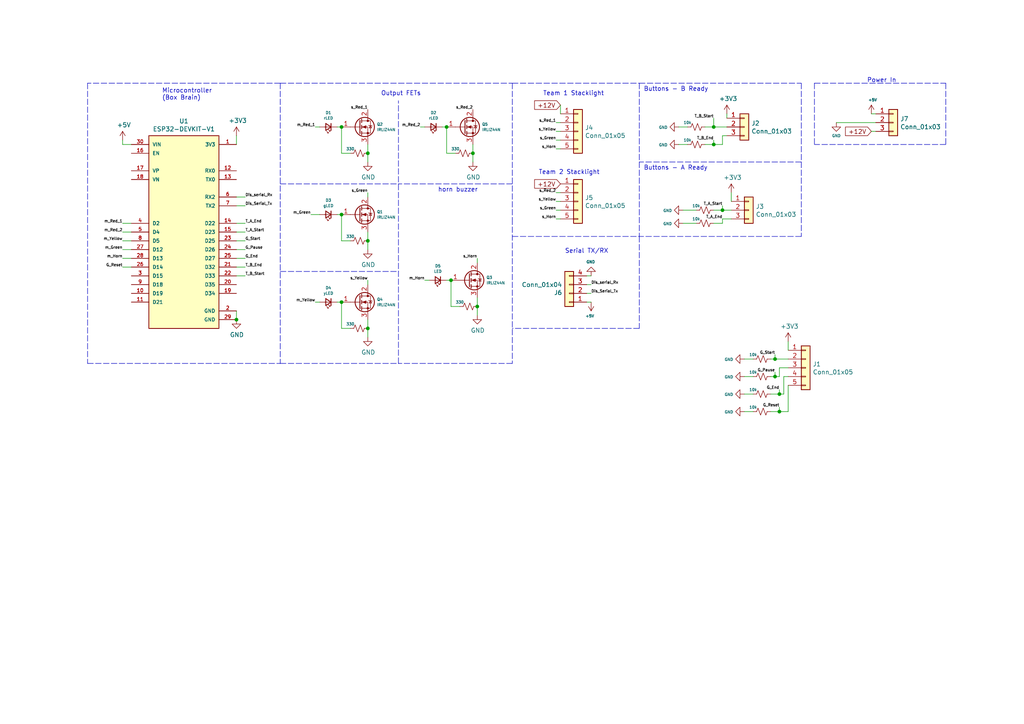
<source format=kicad_sch>
(kicad_sch (version 20211123) (generator eeschema)
  (paper "A4")
  (title_block (title "FUBAR Combat Arena timing") (rev "0.1"))
  (lib_symbols
    (symbol "Bot_Arena_contol-rescue:+3.3V-power" (power) (pin_names (offset 0))
      (property "Value" "+3.3V-power" (at 0 3.556 0))
      (symbol "+3.3V-power_0_1"
        (polyline (pts (xy -0.762 1.27) (xy 0 2.54)))
        (polyline (pts (xy 0 0) (xy 0 2.54)))
        (polyline (pts (xy 0 2.54) (xy 0.762 1.27)))
      )
      (symbol "+3.3V-power_1_1"
        (pin power_in line (at 0 0 90) (length 0) hide (name "+3V3") (number "1"))
      )
    )
    (symbol "Bot_Arena_contol-rescue:ESP32-DEVKIT-V1-ESP32-DEVKIT-V1" (pin_names (offset 1.016))
      (property "Reference" "U1" (at 0 32.1818 0))
      (property "Value" "ESP32-DEVKIT-V1" (at 0 29.8704 0))
      (symbol "ESP32-DEVKIT-V1-ESP32-DEVKIT-V1_0_0"
        (rectangle (start -10.16 -27.94) (end 10.16 27.94) (stroke (width 0.254)) (fill (type background)))
        (pin output line (at 15.24 25.4 180) (length 5.08) (name "3V3") (number "1"))
        (pin bidirectional line (at -15.24 -17.78 0) (length 5.08) (name "D19") (number "10"))
        (pin bidirectional line (at -15.24 -20.32 0) (length 5.08) (name "D21") (number "11"))
        (pin input line (at 15.24 17.78 180) (length 5.08) (name "RX0") (number "12"))
        (pin output line (at 15.24 15.24 180) (length 5.08) (name "TX0") (number "13"))
        (pin bidirectional line (at 15.24 2.54 180) (length 5.08) (name "D22") (number "14"))
        (pin bidirectional line (at 15.24 0 180) (length 5.08) (name "D23") (number "15"))
        (pin input line (at -15.24 22.86 0) (length 5.08) (name "EN") (number "16"))
        (pin bidirectional line (at -15.24 17.78 0) (length 5.08) (name "VP") (number "17"))
        (pin bidirectional line (at -15.24 15.24 0) (length 5.08) (name "VN") (number "18"))
        (pin bidirectional line (at 15.24 -17.78 180) (length 5.08) (name "D34") (number "19"))
        (pin power_in line (at 15.24 -22.86 180) (length 5.08) (name "GND") (number "2"))
        (pin bidirectional line (at 15.24 -15.24 180) (length 5.08) (name "D35") (number "20"))
        (pin bidirectional line (at 15.24 -10.16 180) (length 5.08) (name "D32") (number "21"))
        (pin bidirectional line (at 15.24 -12.7 180) (length 5.08) (name "D33") (number "22"))
        (pin bidirectional line (at 15.24 -2.54 180) (length 5.08) (name "D25") (number "23"))
        (pin bidirectional line (at 15.24 -5.08 180) (length 5.08) (name "D26") (number "24"))
        (pin bidirectional line (at 15.24 -7.62 180) (length 5.08) (name "D27") (number "25"))
        (pin bidirectional line (at -15.24 -10.16 0) (length 5.08) (name "D14") (number "26"))
        (pin bidirectional line (at -15.24 -5.08 0) (length 5.08) (name "D12") (number "27"))
        (pin bidirectional line (at -15.24 -7.62 0) (length 5.08) (name "D13") (number "28"))
        (pin power_in line (at 15.24 -25.4 180) (length 5.08) (name "GND") (number "29"))
        (pin bidirectional line (at -15.24 -12.7 0) (length 5.08) (name "D15") (number "3"))
        (pin input line (at -15.24 25.4 0) (length 5.08) (name "VIN") (number "30"))
        (pin bidirectional line (at -15.24 2.54 0) (length 5.08) (name "D2") (number "4"))
        (pin bidirectional line (at -15.24 0 0) (length 5.08) (name "D4") (number "5"))
        (pin input line (at 15.24 10.16 180) (length 5.08) (name "RX2") (number "6"))
        (pin output line (at 15.24 7.62 180) (length 5.08) (name "TX2") (number "7"))
        (pin bidirectional line (at -15.24 -2.54 0) (length 5.08) (name "D5") (number "8"))
        (pin bidirectional line (at -15.24 -15.24 0) (length 5.08) (name "D18") (number "9"))
      )
    )
    (symbol "Connector_Generic:Conn_01x03" (pin_names (offset 1.016) hide)
      (property "Reference" "J" (at 0 5.08 0))
      (property "Value" "Conn_01x03" (at 0 -5.08 0))
      (symbol "Conn_01x03_1_1"
        (rectangle (start -1.27 -2.413) (end 0 -2.667) (stroke (width 0.1524)))
        (rectangle (start -1.27 0.127) (end 0 -0.127) (stroke (width 0.1524)))
        (rectangle (start -1.27 2.667) (end 0 2.413) (stroke (width 0.1524)))
        (rectangle (start -1.27 3.81) (end 1.27 -3.81) (stroke (width 0.254)) (fill (type background)))
        (pin passive line (at -5.08 2.54 0) (length 3.81) (name "Pin_1") (number "1"))
        (pin passive line (at -5.08 0 0) (length 3.81) (name "Pin_2") (number "2"))
        (pin passive line (at -5.08 -2.54 0) (length 3.81) (name "Pin_3") (number "3"))
      )
    )
    (symbol "Connector_Generic:Conn_01x04" (pin_names (offset 1.016) hide)
      (property "Reference" "J" (at 0 5.08 0))
      (property "Value" "Conn_01x04" (at 0 -7.62 0))
      (symbol "Conn_01x04_1_1"
        (rectangle (start -1.27 -4.953) (end 0 -5.207) (stroke (width 0.1524)))
        (rectangle (start -1.27 -2.413) (end 0 -2.667) (stroke (width 0.1524)))
        (rectangle (start -1.27 0.127) (end 0 -0.127) (stroke (width 0.1524)))
        (rectangle (start -1.27 2.667) (end 0 2.413) (stroke (width 0.1524)))
        (rectangle (start -1.27 3.81) (end 1.27 -6.35) (stroke (width 0.254)) (fill (type background)))
        (pin passive line (at -5.08 2.54 0) (length 3.81) (name "Pin_1") (number "1"))
        (pin passive line (at -5.08 0 0) (length 3.81) (name "Pin_2") (number "2"))
        (pin passive line (at -5.08 -2.54 0) (length 3.81) (name "Pin_3") (number "3"))
        (pin passive line (at -5.08 -5.08 0) (length 3.81) (name "Pin_4") (number "4"))
      )
    )
    (symbol "Connector_Generic:Conn_01x05" (pin_names (offset 1.016) hide)
      (property "Reference" "J" (at 0 7.62 0))
      (property "Value" "Conn_01x05" (at 0 -7.62 0))
      (symbol "Conn_01x05_1_1"
        (rectangle (start -1.27 -4.953) (end 0 -5.207) (stroke (width 0.1524)))
        (rectangle (start -1.27 -2.413) (end 0 -2.667) (stroke (width 0.1524)))
        (rectangle (start -1.27 0.127) (end 0 -0.127) (stroke (width 0.1524)))
        (rectangle (start -1.27 2.667) (end 0 2.413) (stroke (width 0.1524)))
        (rectangle (start -1.27 5.207) (end 0 4.953) (stroke (width 0.1524)))
        (rectangle (start -1.27 6.35) (end 1.27 -6.35) (stroke (width 0.254)) (fill (type background)))
        (pin passive line (at -5.08 5.08 0) (length 3.81) (name "Pin_1") (number "1"))
        (pin passive line (at -5.08 2.54 0) (length 3.81) (name "Pin_2") (number "2"))
        (pin passive line (at -5.08 0 0) (length 3.81) (name "Pin_3") (number "3"))
        (pin passive line (at -5.08 -2.54 0) (length 3.81) (name "Pin_4") (number "4"))
        (pin passive line (at -5.08 -5.08 0) (length 3.81) (name "Pin_5") (number "5"))
      )
    )
    (symbol "Device:LED_Small" (pin_numbers hide) (pin_names (offset 0.254) hide)
      (property "Reference" "D" (at -1.27 3.175 0))
      (property "Value" "LED_Small" (at -4.445 -2.54 0))
      (symbol "LED_Small_0_1"
        (polyline (pts (xy -0.762 -1.016) (xy -0.762 1.016)) (stroke (width 0.254)))
        (polyline (pts (xy 1.016 0) (xy -0.762 0)))
        (polyline (pts (xy 0.762 -1.016) (xy -0.762 0) (xy 0.762 1.016) (xy 0.762 -1.016)) (stroke (width 0.254)))
        (polyline (pts (xy 0 0.762) (xy -0.508 1.27) (xy -0.254 1.27) (xy -0.508 1.27) (xy -0.508 1.016)))
        (polyline (pts (xy 0.508 1.27) (xy 0 1.778) (xy 0.254 1.778) (xy 0 1.778) (xy 0 1.524)))
      )
      (symbol "LED_Small_1_1"
        (pin passive line (at -2.54 0 0) (length 1.778) (name "K") (number "1"))
        (pin passive line (at 2.54 0 180) (length 1.778) (name "A") (number "2"))
      )
    )
    (symbol "Device:R_Small_US" (pin_numbers hide) (pin_names (offset 0.254) hide)
      (property "Reference" "R" (at 0.762 0.508 0))
      (property "Value" "R_Small_US" (at 0.762 -1.016 0))
      (symbol "R_Small_US_1_1"
        (polyline (pts (xy 0 0) (xy 1.016 -0.381) (xy 0 -0.762) (xy -1.016 -1.143) (xy 0 -1.524)))
        (polyline (pts (xy 0 1.524) (xy 1.016 1.143) (xy 0 0.762) (xy -1.016 0.381) (xy 0 0)))
        (pin passive line (at 0 2.54 270) (length 1.016) (name "~") (number "1"))
        (pin passive line (at 0 -2.54 90) (length 1.016) (name "~") (number "2"))
      )
    )
    (symbol "Transistor_FET:IRLIZ44N" (pin_names hide)
      (property "Reference" "Q" (at 6.35 1.905 0))
      (property "Value" "IRLIZ44N" (at 6.35 0 0))
      (symbol "IRLIZ44N_0_1"
        (polyline (pts (xy 0.254 0) (xy -2.54 0)))
        (polyline (pts (xy 0.254 1.905) (xy 0.254 -1.905)) (stroke (width 0.254)))
        (polyline (pts (xy 0.762 -1.27) (xy 0.762 -2.286)) (stroke (width 0.254)))
        (polyline (pts (xy 0.762 0.508) (xy 0.762 -0.508)) (stroke (width 0.254)))
        (polyline (pts (xy 0.762 2.286) (xy 0.762 1.27)) (stroke (width 0.254)))
        (polyline (pts (xy 2.54 2.54) (xy 2.54 1.778)))
        (polyline (pts (xy 2.54 -2.54) (xy 2.54 0) (xy 0.762 0)))
        (polyline (pts (xy 0.762 -1.778) (xy 3.302 -1.778) (xy 3.302 1.778) (xy 0.762 1.778)))
        (polyline (pts (xy 1.016 0) (xy 2.032 0.381) (xy 2.032 -0.381) (xy 1.016 0)) (fill (type outline)))
        (polyline (pts (xy 2.794 0.508) (xy 2.921 0.381) (xy 3.683 0.381) (xy 3.81 0.254)))
        (polyline (pts (xy 3.302 0.381) (xy 2.921 -0.254) (xy 3.683 -0.254) (xy 3.302 0.381)))
        (circle (center 1.651 0) (radius 2.794) (stroke (width 0.254)))
        (circle (center 2.54 -1.778) (radius 0.254) (fill (type outline)))
        (circle (center 2.54 1.778) (radius 0.254) (fill (type outline)))
      )
      (symbol "IRLIZ44N_1_1"
        (pin input line (at -5.08 0 0) (length 2.54) (name "G") (number "1"))
        (pin passive line (at 2.54 5.08 270) (length 2.54) (name "D") (number "2"))
        (pin passive line (at 2.54 -5.08 90) (length 2.54) (name "S") (number "3"))
      )
    )
    (symbol "power:+5V" (power) (pin_names (offset 0))
      (property "Value" "+5V" (at 0 3.556 0))
      (symbol "+5V_0_1"
        (polyline (pts (xy -0.762 1.27) (xy 0 2.54)))
        (polyline (pts (xy 0 0) (xy 0 2.54)))
        (polyline (pts (xy 0 2.54) (xy 0.762 1.27)))
      )
      (symbol "+5V_1_1"
        (pin power_in line (at 0 0 90) (length 0) hide (name "+5V") (number "1"))
      )
    )
    (symbol "power:GND" (power) (pin_names (offset 0))
      (property "Value" "GND" (at 0 -3.81 0))
      (symbol "GND_0_1"
        (polyline (pts (xy 0 0) (xy 0 -1.27) (xy 1.27 -1.27) (xy 0 -2.54) (xy -1.27 -1.27) (xy 0 -1.27)))
      )
      (symbol "GND_1_1"
        (pin power_in line (at 0 0 270) (length 0) hide (name "GND") (number "1"))
      )
    )
  )
  (junction (at 138.43 88.9))
  (junction (at 207.01 41.91))
  (junction (at 226.06 114.3))
  (junction (at 226.06 119.38))
  (junction (at 224.79 109.22))
  (junction (at 130.81 81.28))
  (junction (at 106.68 69.85))
  (junction (at 207.01 36.83))
  (junction (at 106.68 44.45))
  (junction (at 99.06 62.23))
  (junction (at 209.55 60.96))
  (junction (at 106.68 95.25))
  (junction (at 137.16 44.45))
  (junction (at 99.06 36.83))
  (junction (at 224.79 104.14))
  (junction (at 99.06 87.63))
  (junction (at 129.54 36.83))
  (junction (at 68.58 92.71))
  (wire (pts (xy 198.12 64.77) (xy 201.93 64.77)))
  (polyline (pts (xy 185.42 95.25) (xy 148.59 95.25)))
  (wire (pts (xy 68.58 41.91) (xy 68.58 39.37)))
  (wire (pts (xy 101.6 95.25) (xy 99.06 95.25)))
  (wire (pts (xy 242.57 35.56) (xy 254 35.56)))
  (wire (pts (xy 162.56 38.1) (xy 161.29 38.1)))
  (wire (pts (xy 138.43 88.9) (xy 138.43 91.44)))
  (wire (pts (xy 38.1 74.93) (xy 35.56 74.93)))
  (wire (pts (xy 170.18 82.55) (xy 171.45 82.55)))
  (wire (pts (xy 212.09 60.96) (xy 209.55 60.96)))
  (wire (pts (xy 226.06 106.68) (xy 226.06 109.22)))
  (wire (pts (xy 162.56 30.48) (xy 162.56 33.02)))
  (polyline (pts (xy 232.41 46.99) (xy 232.41 68.58)))
  (polyline (pts (xy 232.41 24.13) (xy 232.41 46.99)))
  (wire (pts (xy 106.68 69.85) (xy 106.68 72.39)))
  (wire (pts (xy 106.68 82.55) (xy 106.68 81.28)))
  (wire (pts (xy 207.01 36.83) (xy 210.82 36.83)))
  (polyline (pts (xy 148.59 24.13) (xy 185.42 24.13)))
  (wire (pts (xy 218.44 119.38) (xy 215.9 119.38)))
  (wire (pts (xy 99.06 87.63) (xy 97.79 87.63)))
  (polyline (pts (xy 148.59 63.5) (xy 148.59 105.41)))
  (wire (pts (xy 123.19 36.83) (xy 121.92 36.83)))
  (wire (pts (xy 162.56 63.5) (xy 161.29 63.5)))
  (polyline (pts (xy 236.22 24.13) (xy 274.32 24.13)))
  (wire (pts (xy 101.6 44.45) (xy 99.06 44.45)))
  (wire (pts (xy 38.1 77.47) (xy 35.56 77.47)))
  (wire (pts (xy 68.58 57.15) (xy 71.12 57.15)))
  (wire (pts (xy 226.06 118.11) (xy 226.06 119.38)))
  (wire (pts (xy 106.68 44.45) (xy 106.68 46.99)))
  (wire (pts (xy 106.68 57.15) (xy 106.68 55.88)))
  (wire (pts (xy 224.79 109.22) (xy 224.79 107.95)))
  (polyline (pts (xy 81.28 53.34) (xy 115.57 53.34)))
  (wire (pts (xy 210.82 33.02) (xy 210.82 34.29)))
  (wire (pts (xy 170.18 85.09) (xy 171.45 85.09)))
  (wire (pts (xy 106.68 95.25) (xy 106.68 97.79)))
  (wire (pts (xy 38.1 41.91) (xy 35.56 41.91)))
  (wire (pts (xy 130.81 81.28) (xy 129.54 81.28)))
  (polyline (pts (xy 81.28 78.74) (xy 115.57 78.74)))
  (wire (pts (xy 209.55 64.77) (xy 209.55 63.5)))
  (wire (pts (xy 226.06 114.3) (xy 223.52 114.3)))
  (wire (pts (xy 68.58 77.47) (xy 71.12 77.47)))
  (wire (pts (xy 137.16 44.45) (xy 137.16 46.99)))
  (wire (pts (xy 226.06 119.38) (xy 228.6 119.38)))
  (polyline (pts (xy 115.57 24.13) (xy 148.59 24.13)))
  (wire (pts (xy 35.56 41.91) (xy 35.56 40.64)))
  (wire (pts (xy 129.54 44.45) (xy 129.54 36.83)))
  (polyline (pts (xy 148.59 105.41) (xy 115.57 105.41)))
  (wire (pts (xy 254 38.1) (xy 252.73 38.1)))
  (polyline (pts (xy 185.42 68.58) (xy 185.42 95.25)))
  (wire (pts (xy 106.68 67.31) (xy 106.68 69.85)))
  (wire (pts (xy 162.56 60.96) (xy 161.29 60.96)))
  (wire (pts (xy 227.33 114.3) (xy 226.06 114.3)))
  (wire (pts (xy 68.58 72.39) (xy 71.12 72.39)))
  (polyline (pts (xy 25.4 24.13) (xy 25.4 105.41)))
  (polyline (pts (xy 81.28 24.13) (xy 81.28 105.41)))
  (wire (pts (xy 162.56 35.56) (xy 161.29 35.56)))
  (wire (pts (xy 99.06 95.25) (xy 99.06 87.63)))
  (wire (pts (xy 212.09 55.88) (xy 212.09 58.42)))
  (wire (pts (xy 212.09 63.5) (xy 209.55 63.5)))
  (wire (pts (xy 123.19 81.28) (xy 124.46 81.28)))
  (wire (pts (xy 106.68 41.91) (xy 106.68 44.45)))
  (wire (pts (xy 227.33 109.22) (xy 227.33 114.3)))
  (wire (pts (xy 218.44 104.14) (xy 215.9 104.14)))
  (wire (pts (xy 224.79 104.14) (xy 223.52 104.14)))
  (wire (pts (xy 228.6 111.76) (xy 228.6 119.38)))
  (wire (pts (xy 254 33.02) (xy 252.73 33.02)))
  (wire (pts (xy 68.58 80.01) (xy 71.12 80.01)))
  (wire (pts (xy 199.39 36.83) (xy 196.85 36.83)))
  (wire (pts (xy 224.79 109.22) (xy 226.06 109.22)))
  (wire (pts (xy 38.1 72.39) (xy 35.56 72.39)))
  (wire (pts (xy 129.54 36.83) (xy 128.27 36.83)))
  (wire (pts (xy 99.06 44.45) (xy 99.06 36.83)))
  (wire (pts (xy 228.6 99.06) (xy 228.6 101.6)))
  (wire (pts (xy 106.68 92.71) (xy 106.68 95.25)))
  (polyline (pts (xy 81.28 24.13) (xy 25.4 24.13)))
  (polyline (pts (xy 148.59 68.58) (xy 185.42 68.58)))
  (wire (pts (xy 138.43 76.2) (xy 138.43 74.93)))
  (wire (pts (xy 226.06 113.03) (xy 226.06 114.3)))
  (wire (pts (xy 38.1 67.31) (xy 35.56 67.31)))
  (wire (pts (xy 68.58 74.93) (xy 71.12 74.93)))
  (polyline (pts (xy 25.4 105.41) (xy 81.28 105.41)))
  (wire (pts (xy 223.52 119.38) (xy 226.06 119.38)))
  (polyline (pts (xy 148.59 53.34) (xy 115.57 53.34)))
  (polyline (pts (xy 236.22 24.13) (xy 236.22 41.91)))
  (wire (pts (xy 209.55 39.37) (xy 209.55 41.91)))
  (wire (pts (xy 68.58 69.85) (xy 71.12 69.85)))
  (wire (pts (xy 207.01 36.83) (xy 207.01 34.29)))
  (polyline (pts (xy 148.59 24.13) (xy 148.59 63.5)))
  (wire (pts (xy 101.6 69.85) (xy 99.06 69.85)))
  (wire (pts (xy 162.56 43.18) (xy 161.29 43.18)))
  (wire (pts (xy 99.06 69.85) (xy 99.06 62.23)))
  (wire (pts (xy 207.01 64.77) (xy 209.55 64.77)))
  (wire (pts (xy 224.79 104.14) (xy 224.79 102.87)))
  (polyline (pts (xy 185.42 24.13) (xy 185.42 68.58)))
  (wire (pts (xy 209.55 59.69) (xy 209.55 60.96)))
  (wire (pts (xy 218.44 109.22) (xy 215.9 109.22)))
  (wire (pts (xy 209.55 60.96) (xy 207.01 60.96)))
  (wire (pts (xy 228.6 106.68) (xy 226.06 106.68)))
  (wire (pts (xy 130.81 88.9) (xy 130.81 81.28)))
  (wire (pts (xy 207.01 41.91) (xy 207.01 40.64)))
  (wire (pts (xy 199.39 41.91) (xy 196.85 41.91)))
  (wire (pts (xy 133.35 88.9) (xy 130.81 88.9)))
  (polyline (pts (xy 185.42 24.13) (xy 232.41 24.13)))
  (polyline (pts (xy 81.28 24.13) (xy 115.57 24.13)))
  (wire (pts (xy 223.52 109.22) (xy 224.79 109.22)))
  (wire (pts (xy 209.55 39.37) (xy 210.82 39.37)))
  (wire (pts (xy 68.58 67.31) (xy 71.12 67.31)))
  (wire (pts (xy 92.71 36.83) (xy 91.44 36.83)))
  (wire (pts (xy 204.47 41.91) (xy 207.01 41.91)))
  (wire (pts (xy 92.71 87.63) (xy 91.44 87.63)))
  (wire (pts (xy 228.6 109.22) (xy 227.33 109.22)))
  (wire (pts (xy 162.56 55.88) (xy 161.29 55.88)))
  (wire (pts (xy 204.47 36.83) (xy 207.01 36.83)))
  (polyline (pts (xy 81.28 105.41) (xy 115.57 105.41)))
  (wire (pts (xy 228.6 104.14) (xy 224.79 104.14)))
  (wire (pts (xy 170.18 80.01) (xy 171.45 80.01)))
  (polyline (pts (xy 232.41 46.99) (xy 185.42 46.99)))
  (wire (pts (xy 138.43 86.36) (xy 138.43 88.9)))
  (wire (pts (xy 162.56 58.42) (xy 161.29 58.42)))
  (polyline (pts (xy 232.41 68.58) (xy 185.42 68.58)))
  (wire (pts (xy 68.58 90.17) (xy 68.58 92.71)))
  (wire (pts (xy 99.06 36.83) (xy 97.79 36.83)))
  (wire (pts (xy 132.08 44.45) (xy 129.54 44.45)))
  (wire (pts (xy 170.18 87.63) (xy 171.45 87.63)))
  (wire (pts (xy 198.12 60.96) (xy 201.93 60.96)))
  (polyline (pts (xy 274.32 24.13) (xy 274.32 41.91)))
  (wire (pts (xy 207.01 41.91) (xy 209.55 41.91)))
  (wire (pts (xy 99.06 62.23) (xy 97.79 62.23)))
  (polyline (pts (xy 115.57 105.41) (xy 115.57 29.21)))
  (wire (pts (xy 162.56 40.64) (xy 161.29 40.64)))
  (wire (pts (xy 38.1 64.77) (xy 35.56 64.77)))
  (polyline (pts (xy 274.32 41.91) (xy 236.22 41.91)))
  (wire (pts (xy 38.1 69.85) (xy 35.56 69.85)))
  (wire (pts (xy 218.44 114.3) (xy 215.9 114.3)))
  (wire (pts (xy 90.17 62.23) (xy 92.71 62.23)))
  (wire (pts (xy 68.58 64.77) (xy 71.12 64.77)))
  (wire (pts (xy 137.16 41.91) (xy 137.16 44.45)))
  (wire (pts (xy 68.58 59.69) (xy 71.12 59.69)))
  (text "Microcontroller\n(Box Brain)\n" (at 46.99 29.21 0) (effects (font (size 1.27 1.27)) (justify left bottom)))
  (text "Buttons - A Ready" (at 186.69 49.53 0) (effects (font (size 1.27 1.27)) (justify left bottom)))
  (text "Team 2 Stacklight" (at 156.21 50.8 0) (effects (font (size 1.27 1.27)) (justify left bottom)))
  (text "Power In" (at 251.46 24.13 0) (effects (font (size 1.27 1.27)) (justify left bottom)))
  (text "Serial TX/RX\n" (at 163.83 73.66 0) (effects (font (size 1.27 1.27)) (justify left bottom)))
  (text "Team 1 Stacklight" (at 157.48 27.94 0) (effects (font (size 1.27 1.27)) (justify left bottom)))
  (text "Output FETs\n" (at 110.49 27.94 0) (effects (font (size 1.27 1.27)) (justify left bottom)))
  (text "horn buzzer\n" (at 127 55.88 0) (effects (font (size 1.27 1.27)) (justify left bottom)))
  (text "Buttons - B Ready" (at 186.69 26.67 0) (effects (font (size 1.27 1.27)) (justify left bottom)))
  (label "T_A_End" (at 71.12 64.77 0) (effects (font (size 0.7874 0.7874))))
  (label "s_Green" (at 161.29 40.64 180) (effects (font (size 0.7874 0.7874))))
  (label "T_B_End" (at 71.12 77.47 0) (effects (font (size 0.7874 0.7874))))
  (label "Dis_serial_Rx" (at 171.45 82.55 0) (effects (font (size 0.7874 0.7874))))
  (label "s_Green" (at 161.29 60.96 180) (effects (font (size 0.7874 0.7874))))
  (label "s_Yellow" (at 161.29 58.42 180) (effects (font (size 0.7874 0.7874))))
  (label "G_End" (at 226.06 113.03 180) (effects (font (size 0.7874 0.7874))))
  (label "m_Horn" (at 123.19 81.28 180) (effects (font (size 0.7874 0.7874))))
  (label "G_Reset" (at 35.56 77.47 180) (effects (font (size 0.7874 0.7874))))
  (label "m_Green" (at 90.17 62.23 180) (effects (font (size 0.7874 0.7874))))
  (label "s_Yellow" (at 161.29 38.1 180) (effects (font (size 0.7874 0.7874))))
  (label "s_Horn" (at 138.43 74.93 180) (effects (font (size 0.7874 0.7874))))
  (label "G_Reset" (at 226.06 118.11 180) (effects (font (size 0.7874 0.7874))))
  (label "T_A_End" (at 209.55 63.5 180) (effects (font (size 0.7874 0.7874))))
  (label "T_B_Start" (at 71.12 80.01 0) (effects (font (size 0.7874 0.7874))))
  (label "m_Red_1" (at 91.44 36.83 180) (effects (font (size 0.7874 0.7874))))
  (label "T_B_End" (at 207.01 40.64 180) (effects (font (size 0.7874 0.7874))))
  (label "T_A_Start" (at 71.12 67.31 0) (effects (font (size 0.7874 0.7874))))
  (label "m_Yellow" (at 91.44 87.63 180) (effects (font (size 0.7874 0.7874))))
  (label "m_Red_1" (at 35.56 64.77 180) (effects (font (size 0.7874 0.7874))))
  (label "m_Horn" (at 35.56 74.93 180) (effects (font (size 0.7874 0.7874))))
  (label "G_Start" (at 224.79 102.87 180) (effects (font (size 0.7874 0.7874))))
  (label "s_Red_1" (at 106.68 31.75 180) (effects (font (size 0.7874 0.7874))))
  (label "m_Yellow" (at 35.56 69.85 180) (effects (font (size 0.7874 0.7874))))
  (label "s_Horn" (at 161.29 43.18 180) (effects (font (size 0.7874 0.7874))))
  (label "m_Green" (at 35.56 72.39 180) (effects (font (size 0.7874 0.7874))))
  (label "s_Red_2" (at 137.16 31.75 180) (effects (font (size 0.7874 0.7874))))
  (label "s_Yellow" (at 106.68 81.28 180) (effects (font (size 0.7874 0.7874))))
  (label "Dis_serial_Rx" (at 71.12 57.15 0) (effects (font (size 0.7874 0.7874))))
  (label "T_A_Start" (at 209.55 59.69 180) (effects (font (size 0.7874 0.7874))))
  (label "s_Red_2" (at 161.29 55.88 180) (effects (font (size 0.7874 0.7874))))
  (label "G_End" (at 71.12 74.93 0) (effects (font (size 0.7874 0.7874))))
  (label "s_Red_1" (at 161.29 35.56 180) (effects (font (size 0.7874 0.7874))))
  (label "G_Start" (at 71.12 69.85 0) (effects (font (size 0.7874 0.7874))))
  (label "m_Red_2" (at 35.56 67.31 180) (effects (font (size 0.7874 0.7874))))
  (label "s_Horn" (at 161.29 63.5 180) (effects (font (size 0.7874 0.7874))))
  (label "G_Pause" (at 71.12 72.39 0) (effects (font (size 0.7874 0.7874))))
  (label "s_Green" (at 106.68 55.88 180) (effects (font (size 0.7874 0.7874))))
  (label "T_B_Start" (at 207.01 34.29 180) (effects (font (size 0.7874 0.7874))))
  (label "Dis_Serial_Tx" (at 171.45 85.09 0) (effects (font (size 0.7874 0.7874))))
  (label "G_Pause" (at 224.79 107.95 180) (effects (font (size 0.7874 0.7874))))
  (label "Dis_Serial_Tx" (at 71.12 59.69 0) (effects (font (size 0.7874 0.7874))))
  (label "m_Red_2" (at 121.92 36.83 180) (effects (font (size 0.7874 0.7874))))
  (global_label "+12V" (shape input) (at 162.56 53.34 180) (property "Intersheet References" "${INTERSHEET_REFS}" (effects hide)))
  (global_label "+12V" (shape input) (at 162.56 30.48 180) (property "Intersheet References" "${INTERSHEET_REFS}" (effects hide)))
  (global_label "+12V" (shape input) (at 252.73 38.1 180) (property "Intersheet References" "${INTERSHEET_REFS}" (effects hide)))
  (symbol (lib_id "Bot_Arena_contol-rescue:ESP32-DEVKIT-V1-ESP32-DEVKIT-V1") (at 53.34 67.31 0) (unit 1)
    (property "Reference" "U1" (at 53.34 35.1282 0))
    (property "Value" "ESP32-DEVKIT-V1" (at 53.34 37.4396 0))
    (property "Footprint" "MODULE_ESP32_DEVKIT_V1" (effects hide))
    (property "MAXIMUM_PACKAGE_HEIGHT" "6.8 mm" (effects hide))
    (property "MANUFACTURER" "DOIT" (effects hide))
    (property "STANDARD" "Manufacturer Recommendations" (effects hide))
    (property "PARTREV" "N/A" (effects hide))
  )
  (symbol (lib_id "power:GND") (at 68.58 92.71 0) (unit 1)
    (property "Reference" "#PWR0101" (effects hide))
    (property "Value" "GND" (at 68.707 97.1042 0))
  )
  (symbol (lib_id "power:+5V") (at 35.56 40.64 0) (unit 1)
    (property "Reference" "#PWR0102" (effects hide))
    (property "Value" "+5V" (at 35.941 36.2458 0))
  )
  (symbol (lib_id "Connector_Generic:Conn_01x03") (at 215.9 36.83 0) (unit 1)
    (property "Reference" "J2" (at 217.932 35.7632 0) (effects (justify left)))
    (property "Value" "Conn_01x03" (at 217.932 38.0746 0) (effects (justify left)))
  )
  (symbol (lib_id "Connector_Generic:Conn_01x03") (at 217.17 60.96 0) (unit 1)
    (property "Reference" "J3" (at 219.202 59.8932 0) (effects (justify left)))
    (property "Value" "Conn_01x03" (at 219.202 62.2046 0) (effects (justify left)))
  )
  (symbol (lib_id "Bot_Arena_contol-rescue:+3.3V-power") (at 210.82 33.02 0) (unit 1)
    (property "Reference" "#PWR0103" (effects hide))
    (property "Value" "+3.3V" (at 211.201 28.6258 0))
  )
  (symbol (lib_id "Bot_Arena_contol-rescue:+3.3V-power") (at 212.09 55.88 0) (unit 1)
    (property "Reference" "#PWR0104" (effects hide))
    (property "Value" "+3.3V" (at 212.471 51.4858 0))
  )
  (symbol (lib_id "Bot_Arena_contol-rescue:+3.3V-power") (at 68.58 39.37 0) (unit 1)
    (property "Reference" "#PWR0105" (effects hide))
    (property "Value" "+3.3V" (at 68.961 34.9758 0))
  )
  (symbol (lib_id "Device:R_Small_US") (at 201.93 36.83 270) (unit 1)
    (property "Reference" "R1" (effects hide))
    (property "Value" "10k" (at 199.39 35.56 90) (effects (font (size 0.7874 0.7874))))
  )
  (symbol (lib_id "Device:R_Small_US") (at 201.93 41.91 270) (unit 1)
    (property "Reference" "R7" (effects hide))
    (property "Value" "10k" (at 199.39 40.64 90) (effects (font (size 0.7874 0.7874))))
  )
  (symbol (lib_id "Device:R_Small_US") (at 204.47 60.96 270) (unit 1)
    (property "Reference" "R8" (effects hide))
    (property "Value" "10k" (at 201.93 59.69 90) (effects (font (size 0.7874 0.7874))))
  )
  (symbol (lib_id "Device:R_Small_US") (at 204.47 64.77 270) (unit 1)
    (property "Reference" "R9" (effects hide))
    (property "Value" "10k" (at 201.93 63.5 90) (effects (font (size 0.7874 0.7874))))
  )
  (symbol (lib_id "Connector_Generic:Conn_01x04") (at 165.1 85.09 180) (unit 1)
    (property "Reference" "J6" (at 163.068 84.8868 0) (effects (justify left)))
    (property "Value" "Conn_01x04" (at 163.068 82.5754 0) (effects (justify left)))
  )
  (symbol (lib_id "Connector_Generic:Conn_01x03") (at 259.08 35.56 0) (unit 1)
    (property "Reference" "J7" (at 261.112 34.4932 0) (effects (justify left)))
    (property "Value" "Conn_01x03" (at 261.112 36.8046 0) (effects (justify left)))
  )
  (symbol (lib_id "power:GND") (at 196.85 36.83 270) (unit 1)
    (property "Reference" "#PWR0106" (effects hide))
    (property "Value" "GND" (at 193.6242 36.957 90) (effects (font (size 0.7874 0.7874)) (justify right)))
  )
  (symbol (lib_id "power:GND") (at 196.85 41.91 270) (unit 1)
    (property "Reference" "#PWR0107" (effects hide))
    (property "Value" "GND" (at 193.6242 42.037 90) (effects (font (size 0.7874 0.7874)) (justify right)))
  )
  (symbol (lib_id "power:GND") (at 242.57 35.56 0) (unit 1)
    (property "Reference" "#PWR0122" (effects hide))
    (property "Value" "GND" (at 243.84 39.37 0) (effects (font (size 0.7874 0.7874)) (justify right)))
  )
  (symbol (lib_id "power:+5V") (at 252.73 33.02 0) (unit 1)
    (property "Reference" "#PWR0123" (effects hide))
    (property "Value" "+5V" (at 253.111 28.9814 0) (effects (font (size 0.7874 0.7874))))
  )
  (symbol (lib_id "power:GND") (at 198.12 60.96 270) (unit 1)
    (property "Reference" "#PWR0108" (effects hide))
    (property "Value" "GND" (at 194.8942 61.087 90) (effects (font (size 0.7874 0.7874)) (justify right)))
  )
  (symbol (lib_id "power:GND") (at 198.12 64.77 270) (unit 1)
    (property "Reference" "#PWR0109" (effects hide))
    (property "Value" "GND" (at 194.8942 64.897 90) (effects (font (size 0.7874 0.7874)) (justify right)))
  )
  (symbol (lib_id "Connector_Generic:Conn_01x05") (at 233.68 106.68 0) (unit 1)
    (property "Reference" "J1" (at 235.712 105.6132 0) (effects (justify left)))
    (property "Value" "Conn_01x05" (at 235.712 107.9246 0) (effects (justify left)))
  )
  (symbol (lib_id "Bot_Arena_contol-rescue:+3.3V-power") (at 228.6 99.06 0) (unit 1)
    (property "Reference" "#PWR0110" (effects hide))
    (property "Value" "+3.3V" (at 228.981 94.6658 0))
  )
  (symbol (lib_id "power:GND") (at 215.9 104.14 270) (unit 1)
    (property "Reference" "#PWR0111" (effects hide))
    (property "Value" "GND" (at 212.6742 104.267 90) (effects (font (size 0.7874 0.7874)) (justify right)))
  )
  (symbol (lib_id "power:GND") (at 215.9 109.22 270) (unit 1)
    (property "Reference" "#PWR0112" (effects hide))
    (property "Value" "GND" (at 212.6742 109.347 90) (effects (font (size 0.7874 0.7874)) (justify right)))
  )
  (symbol (lib_id "power:GND") (at 215.9 114.3 270) (unit 1)
    (property "Reference" "#PWR0113" (effects hide))
    (property "Value" "GND" (at 212.6742 114.427 90) (effects (font (size 0.7874 0.7874)) (justify right)))
  )
  (symbol (lib_id "power:GND") (at 215.9 119.38 270) (unit 1)
    (property "Reference" "#PWR0114" (effects hide))
    (property "Value" "GND" (at 212.6742 119.507 90) (effects (font (size 0.7874 0.7874)) (justify right)))
  )
  (symbol (lib_id "Device:R_Small_US") (at 220.98 109.22 270) (unit 1)
    (property "Reference" "R11" (effects hide))
    (property "Value" "10k" (at 218.44 107.95 90) (effects (font (size 0.7874 0.7874))))
  )
  (symbol (lib_id "Device:R_Small_US") (at 220.98 114.3 270) (unit 1)
    (property "Reference" "R12" (effects hide))
    (property "Value" "10k" (at 218.44 113.03 90) (effects (font (size 0.7874 0.7874))))
  )
  (symbol (lib_id "Device:R_Small_US") (at 220.98 119.38 270) (unit 1)
    (property "Reference" "R13" (effects hide))
    (property "Value" "10k" (at 218.44 118.11 90) (effects (font (size 0.7874 0.7874))))
  )
  (symbol (lib_id "Device:R_Small_US") (at 220.98 104.14 270) (unit 1)
    (property "Reference" "R10" (effects hide))
    (property "Value" "10k" (at 218.44 102.87 90) (effects (font (size 0.7874 0.7874))))
  )
  (symbol (lib_id "power:+5V") (at 171.45 87.63 180) (unit 1)
    (property "Reference" "#PWR0125" (effects hide))
    (property "Value" "+5V" (at 171.069 91.6686 0) (effects (font (size 0.7874 0.7874))))
  )
  (symbol (lib_id "Transistor_FET:IRLIZ44N") (at 104.14 36.83 0) (unit 1)
    (property "Reference" "Q2" (at 109.3216 36.0426 0) (effects (font (size 0.7874 0.7874)) (justify left)))
    (property "Value" "IRLIZ44N" (at 109.3216 37.6174 0) (effects (font (size 0.7874 0.7874)) (justify left)))
    (property "Footprint" "Package_TO_SOT_THT:TO-220F-3_Vertical" (effects hide))
    (property "Datasheet" "http://www.irf.com/product-info/datasheets/data/irliz44n.pdf" (effects hide))
  )
  (symbol (lib_id "power:GND") (at 171.45 80.01 180) (unit 1)
    (property "Reference" "#PWR0126" (effects hide))
    (property "Value" "GND" (at 171.323 75.9714 0) (effects (font (size 0.7874 0.7874))))
  )
  (symbol (lib_id "power:GND") (at 106.68 46.99 0) (unit 1)
    (property "Reference" "#PWR0115" (effects hide))
    (property "Value" "GND" (at 106.807 51.3842 0))
  )
  (symbol (lib_id "Device:R_Small_US") (at 104.14 44.45 270) (unit 1)
    (property "Reference" "R3" (effects hide))
    (property "Value" "330" (at 101.6 43.18 90) (effects (font (size 0.7874 0.7874))))
  )
  (symbol (lib_id "Transistor_FET:IRLIZ44N") (at 104.14 62.23 0) (unit 1)
    (property "Reference" "Q1" (at 109.3216 61.4426 0) (effects (font (size 0.7874 0.7874)) (justify left)))
    (property "Value" "IRLIZ44N" (at 109.3216 63.0174 0) (effects (font (size 0.7874 0.7874)) (justify left)))
    (property "Footprint" "Package_TO_SOT_THT:TO-220F-3_Vertical" (effects hide))
    (property "Datasheet" "http://www.irf.com/product-info/datasheets/data/irliz44n.pdf" (effects hide))
  )
  (symbol (lib_id "power:GND") (at 106.68 72.39 0) (unit 1)
    (property "Reference" "#PWR0116" (effects hide))
    (property "Value" "GND" (at 106.807 76.7842 0))
  )
  (symbol (lib_id "Device:R_Small_US") (at 104.14 69.85 270) (unit 1)
    (property "Reference" "R2" (effects hide))
    (property "Value" "330" (at 101.6 68.58 90) (effects (font (size 0.7874 0.7874))))
  )
  (symbol (lib_id "Transistor_FET:IRLIZ44N") (at 104.14 87.63 0) (unit 1)
    (property "Reference" "Q4" (at 109.3216 86.8426 0) (effects (font (size 0.7874 0.7874)) (justify left)))
    (property "Value" "IRLIZ44N" (at 109.3216 88.4174 0) (effects (font (size 0.7874 0.7874)) (justify left)))
    (property "Footprint" "Package_TO_SOT_THT:TO-220F-3_Vertical" (effects hide))
    (property "Datasheet" "http://www.irf.com/product-info/datasheets/data/irliz44n.pdf" (effects hide))
  )
  (symbol (lib_id "power:GND") (at 106.68 97.79 0) (unit 1)
    (property "Reference" "#PWR0117" (effects hide))
    (property "Value" "GND" (at 106.807 102.1842 0))
  )
  (symbol (lib_id "Device:R_Small_US") (at 104.14 95.25 270) (unit 1)
    (property "Reference" "R5" (effects hide))
    (property "Value" "330" (at 101.6 93.98 90) (effects (font (size 0.7874 0.7874))))
  )
  (symbol (lib_id "Transistor_FET:IRLIZ44N") (at 135.89 81.28 0) (unit 1)
    (property "Reference" "Q3" (at 141.0716 80.4926 0) (effects (font (size 0.7874 0.7874)) (justify left)))
    (property "Value" "IRLIZ44N" (at 141.0716 82.0674 0) (effects (font (size 0.7874 0.7874)) (justify left)))
    (property "Footprint" "Package_TO_SOT_THT:TO-220F-3_Vertical" (effects hide))
    (property "Datasheet" "http://www.irf.com/product-info/datasheets/data/irliz44n.pdf" (effects hide))
  )
  (symbol (lib_id "power:GND") (at 138.43 91.44 0) (unit 1)
    (property "Reference" "#PWR0118" (effects hide))
    (property "Value" "GND" (at 138.557 95.8342 0))
  )
  (symbol (lib_id "Device:R_Small_US") (at 135.89 88.9 270) (unit 1)
    (property "Reference" "R4" (effects hide))
    (property "Value" "330" (at 133.35 87.63 90) (effects (font (size 0.7874 0.7874))))
  )
  (symbol (lib_id "Transistor_FET:IRLIZ44N") (at 134.62 36.83 0) (unit 1)
    (property "Reference" "Q5" (at 139.8016 36.0426 0) (effects (font (size 0.7874 0.7874)) (justify left)))
    (property "Value" "IRLIZ44N" (at 139.8016 37.6174 0) (effects (font (size 0.7874 0.7874)) (justify left)))
    (property "Footprint" "Package_TO_SOT_THT:TO-220F-3_Vertical" (effects hide))
    (property "Datasheet" "http://www.irf.com/product-info/datasheets/data/irliz44n.pdf" (effects hide))
  )
  (symbol (lib_id "power:GND") (at 137.16 46.99 0) (unit 1)
    (property "Reference" "#PWR0119" (effects hide))
    (property "Value" "GND" (at 137.287 51.3842 0))
  )
  (symbol (lib_id "Device:R_Small_US") (at 134.62 44.45 270) (unit 1)
    (property "Reference" "R6" (effects hide))
    (property "Value" "330" (at 132.08 43.18 90) (effects (font (size 0.7874 0.7874))))
  )
  (symbol (lib_id "Connector_Generic:Conn_01x05") (at 167.64 38.1 0) (unit 1)
    (property "Reference" "J4" (at 169.672 37.0332 0) (effects (justify left)))
    (property "Value" "Conn_01x05" (at 169.672 39.3446 0) (effects (justify left)))
  )
  (symbol (lib_id "Connector_Generic:Conn_01x05") (at 167.64 58.42 0) (unit 1)
    (property "Reference" "J5" (at 169.672 57.3532 0) (effects (justify left)))
    (property "Value" "Conn_01x05" (at 169.672 59.6646 0) (effects (justify left)))
  )
  (symbol (lib_id "Device:LED_Small") (at 95.25 36.83 180) (unit 1)
    (property "Reference" "D1" (at 95.25 32.6898 0) (effects (font (size 0.7874 0.7874))))
    (property "Value" "rLED" (at 95.25 34.2646 0) (effects (font (size 0.7874 0.7874))))
  )
  (symbol (lib_id "Device:LED_Small") (at 125.73 36.83 180) (unit 1)
    (property "Reference" "D2" (at 125.73 32.6898 0) (effects (font (size 0.7874 0.7874))))
    (property "Value" "rLED" (at 125.73 34.2646 0) (effects (font (size 0.7874 0.7874))))
  )
  (symbol (lib_id "Device:LED_Small") (at 95.25 62.23 180) (unit 1)
    (property "Reference" "D3" (at 95.25 58.0898 0) (effects (font (size 0.7874 0.7874))))
    (property "Value" "gLED" (at 95.25 59.6646 0) (effects (font (size 0.7874 0.7874))))
  )
  (symbol (lib_id "Device:LED_Small") (at 127 81.28 180) (unit 1)
    (property "Reference" "D5" (at 127 77.1398 0) (effects (font (size 0.7874 0.7874))))
    (property "Value" "LED" (at 127 78.7146 0) (effects (font (size 0.7874 0.7874))))
  )
  (symbol (lib_id "Device:LED_Small") (at 95.25 87.63 180) (unit 1)
    (property "Reference" "D4" (at 95.25 83.4898 0) (effects (font (size 0.7874 0.7874))))
    (property "Value" "yLED" (at 95.25 85.0646 0) (effects (font (size 0.7874 0.7874))))
  )
  (sheet (at 0 222.25) (size 297.18 218.44)
    (property "Sheet name" "Sheet6304C19F" (at 0 221.5384 0) (effects (justify left bottom)))
    (property "Sheet file" "Button_boxes.kicad_sch" (at 0 441.2746 0) (effects (justify left top)))
  )
)
</source>
